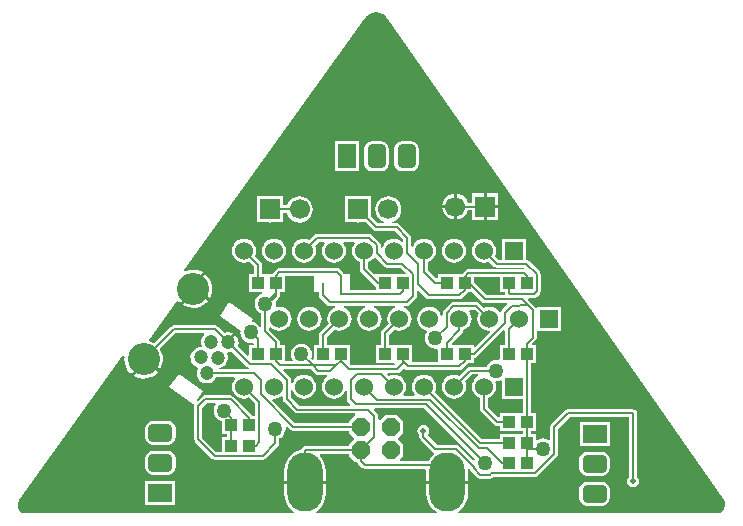
<source format=gbl>
G04 Layer_Physical_Order=2*
G04 Layer_Color=11436288*
%FSLAX24Y24*%
%MOIN*%
G70*
G01*
G75*
%ADD11R,0.0413X0.0394*%
%ADD12C,0.0059*%
%ADD13C,0.1070*%
%ADD14C,0.0472*%
%ADD15C,0.0669*%
%ADD16R,0.0669X0.0669*%
%ADD17P,0.0639X8X202.5*%
%ADD18O,0.1181X0.1969*%
%ADD19R,0.0600X0.0800*%
G04:AMPARAMS|DCode=20|XSize=60mil|YSize=80mil|CornerRadius=15mil|HoleSize=0mil|Usage=FLASHONLY|Rotation=0.000|XOffset=0mil|YOffset=0mil|HoleType=Round|Shape=RoundedRectangle|*
%AMROUNDEDRECTD20*
21,1,0.0600,0.0500,0,0,0.0*
21,1,0.0300,0.0800,0,0,0.0*
1,1,0.0300,0.0150,-0.0250*
1,1,0.0300,-0.0150,-0.0250*
1,1,0.0300,-0.0150,0.0250*
1,1,0.0300,0.0150,0.0250*
%
%ADD20ROUNDEDRECTD20*%
%ADD21R,0.0800X0.0600*%
G04:AMPARAMS|DCode=22|XSize=60mil|YSize=80mil|CornerRadius=15mil|HoleSize=0mil|Usage=FLASHONLY|Rotation=90.000|XOffset=0mil|YOffset=0mil|HoleType=Round|Shape=RoundedRectangle|*
%AMROUNDEDRECTD22*
21,1,0.0600,0.0500,0,0,90.0*
21,1,0.0300,0.0800,0,0,90.0*
1,1,0.0300,0.0250,0.0150*
1,1,0.0300,0.0250,-0.0150*
1,1,0.0300,-0.0250,-0.0150*
1,1,0.0300,-0.0250,0.0150*
%
%ADD22ROUNDEDRECTD22*%
%ADD23C,0.0600*%
%ADD24R,0.0600X0.0600*%
%ADD25C,0.0197*%
%ADD26C,0.0500*%
G36*
X30380Y14356D02*
Y13773D01*
X31078D01*
Y13289D01*
X30304D01*
Y13173D01*
X30254Y13153D01*
X29912Y13495D01*
Y13795D01*
X29981Y13824D01*
X30065Y13888D01*
X30129Y13971D01*
X30169Y14069D01*
X30183Y14173D01*
X30169Y14278D01*
X30152Y14318D01*
X30183Y14358D01*
X30190Y14357D01*
X30281Y14369D01*
X30330Y14389D01*
X30380Y14356D01*
D02*
G37*
G36*
X27847Y17137D02*
X27889Y17108D01*
X27940Y17098D01*
X28960D01*
X29011Y17108D01*
X29053Y17137D01*
X29227Y17310D01*
X29234Y17321D01*
X29392D01*
X29717Y16997D01*
X29759Y16968D01*
X29810Y16958D01*
X30536D01*
X30555Y16912D01*
X30377Y16733D01*
X30348Y16691D01*
X30345Y16675D01*
X30292Y16663D01*
X30246Y16722D01*
X30162Y16786D01*
X30065Y16827D01*
X29961Y16840D01*
X29856Y16827D01*
X29787Y16798D01*
X29621Y16963D01*
X29578Y16992D01*
X29528Y17002D01*
X28760D01*
X28709Y16992D01*
X28667Y16963D01*
X28437Y16733D01*
X28408Y16691D01*
X28398Y16640D01*
Y16551D01*
X28350Y16541D01*
X28310Y16639D01*
X28246Y16722D01*
X28162Y16786D01*
X28065Y16827D01*
X27961Y16840D01*
X27856Y16827D01*
X27759Y16786D01*
X27675Y16722D01*
X27611Y16639D01*
X27571Y16541D01*
X27557Y16437D01*
X27571Y16333D01*
X27611Y16235D01*
X27675Y16152D01*
X27759Y16088D01*
X27854Y16048D01*
X27856Y16047D01*
X27876Y15994D01*
X27854Y15967D01*
X27819Y15881D01*
X27807Y15790D01*
X27819Y15699D01*
X27854Y15613D01*
X27910Y15540D01*
X27983Y15484D01*
X28069Y15449D01*
X28160Y15437D01*
X28199Y15442D01*
X28237Y15409D01*
Y14992D01*
X27374D01*
Y15553D01*
X26608D01*
Y15898D01*
X26787Y16076D01*
X26856Y16047D01*
X26961Y16034D01*
X27065Y16047D01*
X27162Y16088D01*
X27246Y16152D01*
X27310Y16235D01*
X27350Y16333D01*
X27364Y16437D01*
X27350Y16541D01*
X27310Y16639D01*
X27246Y16722D01*
X27162Y16786D01*
X27110Y16808D01*
X27120Y16858D01*
X27200D01*
X27251Y16868D01*
X27293Y16897D01*
X27503Y17107D01*
X27532Y17149D01*
X27542Y17200D01*
Y17376D01*
X27588Y17395D01*
X27847Y17137D01*
D02*
G37*
G36*
X30304Y17321D02*
X30474D01*
X30478Y17284D01*
Y17280D01*
X30479Y17275D01*
X30480Y17272D01*
X30439Y17222D01*
X29865D01*
X29441Y17646D01*
Y17818D01*
X30304D01*
Y17321D01*
D02*
G37*
G36*
X24163Y14597D02*
X24205Y14568D01*
X24256Y14558D01*
X24542D01*
X24559Y14508D01*
X24494Y14459D01*
X24430Y14375D01*
X24390Y14278D01*
X24376Y14173D01*
X24390Y14069D01*
X24430Y13971D01*
X24494Y13888D01*
X24578Y13824D01*
X24675Y13784D01*
X24780Y13770D01*
X24884Y13784D01*
X24981Y13824D01*
X25065Y13888D01*
X25129Y13971D01*
X25158Y14042D01*
X25208Y14032D01*
Y13760D01*
X25218Y13709D01*
X25247Y13667D01*
X25325Y13588D01*
X25306Y13542D01*
X23615D01*
X23342Y13815D01*
Y14059D01*
X23390Y14069D01*
X23430Y13971D01*
X23494Y13888D01*
X23578Y13824D01*
X23675Y13784D01*
X23780Y13770D01*
X23884Y13784D01*
X23981Y13824D01*
X24065Y13888D01*
X24129Y13971D01*
X24169Y14069D01*
X24183Y14173D01*
X24169Y14278D01*
X24129Y14375D01*
X24065Y14459D01*
X23981Y14523D01*
X23884Y14563D01*
X23780Y14577D01*
X23675Y14563D01*
X23578Y14523D01*
X23494Y14459D01*
X23430Y14375D01*
X23390Y14278D01*
X23342Y14287D01*
Y14400D01*
X23332Y14451D01*
X23303Y14493D01*
X23095Y14702D01*
X23114Y14748D01*
X24011D01*
X24163Y14597D01*
D02*
G37*
G36*
X26467Y18177D02*
X26509Y18148D01*
X26560Y18138D01*
X27005D01*
X27182Y17961D01*
X27163Y17915D01*
X26170D01*
X26170Y17915D01*
Y17915D01*
X26121Y17924D01*
X25912Y18133D01*
Y18323D01*
X25981Y18351D01*
X26065Y18415D01*
X26105Y18468D01*
X26170Y18473D01*
X26467Y18177D01*
D02*
G37*
G36*
X29600Y16611D02*
X29571Y16541D01*
X29557Y16437D01*
X29571Y16333D01*
X29611Y16235D01*
X29675Y16152D01*
X29759Y16088D01*
X29856Y16047D01*
X29961Y16034D01*
X29971Y16035D01*
X29993Y15990D01*
X29487Y15484D01*
X29441Y15503D01*
Y15553D01*
X28724D01*
X28703Y15603D01*
X29054Y15954D01*
X29083Y15997D01*
X29093Y16047D01*
Y16059D01*
X29162Y16088D01*
X29246Y16152D01*
X29310Y16235D01*
X29350Y16333D01*
X29364Y16437D01*
X29350Y16541D01*
X29310Y16639D01*
X29272Y16688D01*
X29297Y16738D01*
X29473D01*
X29600Y16611D01*
D02*
G37*
G36*
X30478Y16031D02*
Y15553D01*
X30304D01*
Y15092D01*
X30254Y15055D01*
X30190Y15063D01*
X30099Y15051D01*
X30013Y15016D01*
X29940Y14960D01*
X29884Y14887D01*
X29866Y14842D01*
X29316D01*
X29266Y14832D01*
X29223Y14803D01*
X28954Y14534D01*
X28884Y14563D01*
X28780Y14577D01*
X28675Y14563D01*
X28578Y14523D01*
X28494Y14459D01*
X28430Y14375D01*
X28390Y14278D01*
X28376Y14173D01*
X28390Y14069D01*
X28430Y13971D01*
X28494Y13888D01*
X28578Y13824D01*
X28675Y13784D01*
X28780Y13770D01*
X28884Y13784D01*
X28981Y13824D01*
X29065Y13888D01*
X29129Y13971D01*
X29169Y14069D01*
X29183Y14173D01*
X29169Y14278D01*
X29140Y14347D01*
X29371Y14578D01*
X29581D01*
X29591Y14528D01*
X29578Y14523D01*
X29494Y14459D01*
X29430Y14375D01*
X29390Y14278D01*
X29376Y14173D01*
X29390Y14069D01*
X29430Y13971D01*
X29494Y13888D01*
X29578Y13824D01*
X29647Y13795D01*
Y13440D01*
X29658Y13389D01*
X29686Y13347D01*
X30134Y12899D01*
X30177Y12870D01*
X30227Y12860D01*
X30304D01*
Y12695D01*
X31068D01*
Y12600D01*
X30304D01*
Y12435D01*
X29704D01*
X28140Y13999D01*
X28169Y14069D01*
X28183Y14173D01*
X28169Y14278D01*
X28129Y14375D01*
X28065Y14459D01*
X27981Y14523D01*
X27884Y14563D01*
X27780Y14577D01*
X27675Y14563D01*
X27578Y14523D01*
X27494Y14459D01*
X27430Y14375D01*
X27390Y14278D01*
X27376Y14173D01*
X27390Y14069D01*
X27430Y13971D01*
X27468Y13922D01*
X27443Y13872D01*
X27116D01*
X27091Y13922D01*
X27129Y13971D01*
X27169Y14069D01*
X27183Y14173D01*
X27169Y14278D01*
X27129Y14375D01*
X27065Y14459D01*
X26981Y14523D01*
X26884Y14563D01*
X26780Y14577D01*
X26675Y14563D01*
X26605Y14534D01*
X26556Y14584D01*
X26575Y14630D01*
X26882D01*
X26932Y14640D01*
X26975Y14668D01*
X27110Y14803D01*
X27147Y14767D01*
X27189Y14738D01*
X27240Y14728D01*
X28960D01*
X29011Y14738D01*
X29053Y14767D01*
X29227Y14940D01*
X29240Y14959D01*
X29441D01*
Y15124D01*
X29446D01*
X29496Y15134D01*
X29539Y15163D01*
X30428Y16051D01*
X30478Y16031D01*
D02*
G37*
G36*
X24103Y17321D02*
X24277D01*
Y17221D01*
X24287Y17170D01*
X24316Y17127D01*
X24547Y16897D01*
X24589Y16868D01*
X24640Y16858D01*
X24801D01*
X24811Y16808D01*
X24759Y16786D01*
X24675Y16722D01*
X24611Y16639D01*
X24571Y16541D01*
X24557Y16437D01*
X24571Y16333D01*
X24600Y16263D01*
X24316Y15979D01*
X24287Y15936D01*
X24277Y15886D01*
Y15553D01*
X24103D01*
Y15095D01*
X24057Y15076D01*
X24013Y15120D01*
X24031Y15165D01*
X24043Y15256D01*
X24031Y15347D01*
X23996Y15432D01*
X23940Y15506D01*
X23867Y15562D01*
X23781Y15597D01*
X23690Y15609D01*
X23599Y15597D01*
X23513Y15562D01*
X23440Y15506D01*
X23384Y15432D01*
X23349Y15347D01*
X23337Y15256D01*
X23349Y15165D01*
X23384Y15079D01*
X23402Y15057D01*
X23379Y15012D01*
X23141D01*
Y15553D01*
X22967D01*
Y15670D01*
X22957Y15721D01*
X22928Y15763D01*
X22622Y16069D01*
Y16143D01*
X22669Y16159D01*
X22675Y16152D01*
X22759Y16088D01*
X22856Y16047D01*
X22961Y16034D01*
X23065Y16047D01*
X23162Y16088D01*
X23246Y16152D01*
X23310Y16235D01*
X23350Y16333D01*
X23364Y16437D01*
X23350Y16541D01*
X23310Y16639D01*
X23246Y16722D01*
X23162Y16786D01*
X23065Y16827D01*
X22961Y16840D01*
X22882Y16830D01*
X22875Y16833D01*
X22841Y16867D01*
X22839Y16873D01*
X22848Y16940D01*
X22838Y17011D01*
X22928Y17101D01*
X22957Y17144D01*
X22967Y17195D01*
Y17280D01*
Y17321D01*
X23141D01*
Y17858D01*
X24103D01*
Y17321D01*
D02*
G37*
G36*
X26811Y16808D02*
X26759Y16786D01*
X26675Y16722D01*
X26611Y16639D01*
X26571Y16541D01*
X26557Y16437D01*
X26571Y16333D01*
X26600Y16263D01*
X26383Y16046D01*
X26354Y16003D01*
X26344Y15953D01*
Y15553D01*
X26170D01*
Y14959D01*
X26786D01*
X26811Y14909D01*
X26800Y14894D01*
X25333D01*
X25317Y14910D01*
X25307Y14959D01*
X25307D01*
X25307Y14959D01*
Y15553D01*
X24542D01*
Y15831D01*
X24787Y16076D01*
X24856Y16047D01*
X24961Y16034D01*
X25065Y16047D01*
X25162Y16088D01*
X25246Y16152D01*
X25310Y16235D01*
X25350Y16333D01*
X25364Y16437D01*
X25350Y16541D01*
X25310Y16639D01*
X25246Y16722D01*
X25162Y16786D01*
X25110Y16808D01*
X25120Y16858D01*
X25801D01*
X25811Y16808D01*
X25759Y16786D01*
X25675Y16722D01*
X25611Y16639D01*
X25571Y16541D01*
X25557Y16437D01*
X25571Y16333D01*
X25611Y16235D01*
X25675Y16152D01*
X25759Y16088D01*
X25856Y16047D01*
X25961Y16034D01*
X26065Y16047D01*
X26162Y16088D01*
X26246Y16152D01*
X26310Y16235D01*
X26350Y16333D01*
X26364Y16437D01*
X26350Y16541D01*
X26310Y16639D01*
X26246Y16722D01*
X26162Y16786D01*
X26110Y16808D01*
X26120Y16858D01*
X26801D01*
X26811Y16808D01*
D02*
G37*
G36*
X21896Y14827D02*
X21936Y14800D01*
X21937Y14796D01*
X21917Y14750D01*
X20959D01*
X20957Y14800D01*
X21042Y14826D01*
X21117Y14874D01*
X21176Y14939D01*
X21217Y15018D01*
X21236Y15104D01*
X21233Y15192D01*
X21210Y15265D01*
X21220Y15287D01*
X21225Y15295D01*
X21243Y15312D01*
X21319Y15316D01*
X21386Y15337D01*
X21896Y14827D01*
D02*
G37*
G36*
X20831Y13573D02*
X20811Y13547D01*
X20775Y13461D01*
X20763Y13370D01*
X20775Y13279D01*
X20811Y13193D01*
X20867Y13120D01*
X20940Y13064D01*
X21025Y13029D01*
X21052Y13025D01*
Y12597D01*
X21226D01*
Y12502D01*
X21052D01*
Y12002D01*
X20855D01*
X20386Y12471D01*
Y13469D01*
X20535Y13618D01*
X20809D01*
X20831Y13573D01*
D02*
G37*
G36*
X29475Y11768D02*
X29465Y11735D01*
X29412Y11720D01*
X28943Y12189D01*
X28900Y12218D01*
X28849Y12228D01*
X28215D01*
X27898Y12545D01*
X27899Y12554D01*
X27943Y12619D01*
X27958Y12697D01*
X27943Y12774D01*
X27899Y12840D01*
X27833Y12884D01*
X27756Y12899D01*
X27678Y12884D01*
X27613Y12840D01*
X27569Y12774D01*
X27554Y12697D01*
X27569Y12619D01*
X27613Y12554D01*
X27624Y12546D01*
Y12500D01*
X27634Y12449D01*
X27663Y12407D01*
X28066Y12003D01*
X28109Y11974D01*
X28112Y11974D01*
X28125Y11920D01*
X28061Y11867D01*
X27974Y11761D01*
X27942Y11702D01*
X26984D01*
X26965Y11748D01*
X27068Y11852D01*
Y12247D01*
X26872Y12443D01*
X27068Y12639D01*
Y13034D01*
X26871Y13232D01*
X26476D01*
X26302Y13058D01*
X26252Y13079D01*
Y13210D01*
X26242Y13261D01*
X26213Y13303D01*
X26115Y13402D01*
X26134Y13448D01*
X27795D01*
X29475Y11768D01*
D02*
G37*
G36*
X26305Y26631D02*
X26424Y26582D01*
X26474Y26544D01*
X26509Y26513D01*
X26509Y26512D01*
X26517Y26495D01*
X26517Y26494D01*
X26517Y26494D01*
X26553Y26460D01*
X37796Y10394D01*
X37804Y10375D01*
X37816Y10287D01*
X37815Y10285D01*
X37816Y10284D01*
X37803Y10191D01*
X37767Y10103D01*
X37709Y10027D01*
X37641Y9975D01*
X37641Y9975D01*
X37598Y9956D01*
D01*
X37553Y9945D01*
X28918D01*
X28905Y9995D01*
X28937Y10012D01*
X29042Y10098D01*
X29128Y10203D01*
X29192Y10323D01*
X29232Y10453D01*
X29245Y10589D01*
Y10932D01*
X27857D01*
Y10589D01*
X27871Y10453D01*
X27910Y10323D01*
X27974Y10203D01*
X28061Y10098D01*
X28166Y10012D01*
X28197Y9995D01*
X28185Y9945D01*
X24178D01*
X24165Y9995D01*
X24197Y10012D01*
X24302Y10098D01*
X24388Y10203D01*
X24452Y10323D01*
X24492Y10453D01*
X24505Y10589D01*
Y10932D01*
X23117D01*
Y10589D01*
X23130Y10453D01*
X23170Y10323D01*
X23234Y10203D01*
X23320Y10098D01*
X23426Y10012D01*
X23457Y9995D01*
X23444Y9945D01*
X14397D01*
X14390Y9948D01*
X14327Y9996D01*
X14278Y10061D01*
X14247Y10136D01*
X14236Y10216D01*
X14245Y10285D01*
X14261Y10329D01*
D01*
X14262Y10333D01*
X14281Y10366D01*
X14295Y10387D01*
X17751Y15215D01*
X17761Y15214D01*
X17805Y15164D01*
X17796Y15095D01*
X17806Y14970D01*
X17840Y14849D01*
X17896Y14738D01*
X17973Y14640D01*
X18030Y14591D01*
X18393Y15109D01*
X18434Y15081D01*
X18463Y15122D01*
X18982Y14759D01*
X19018Y14824D01*
X19057Y14943D01*
X19072Y15067D01*
X19063Y15192D01*
X19029Y15312D01*
X18973Y15424D01*
X18969Y15428D01*
X19488Y15948D01*
X20430D01*
X20452Y15898D01*
X20414Y15857D01*
X20374Y15779D01*
X20354Y15692D01*
X20358Y15604D01*
X20381Y15531D01*
X20371Y15509D01*
X20366Y15501D01*
X20348Y15484D01*
X20272Y15481D01*
X20188Y15454D01*
X20113Y15406D01*
X20053Y15341D01*
X20012Y15263D01*
X19993Y15176D01*
X19997Y15088D01*
X20024Y15003D01*
X20071Y14929D01*
X20136Y14869D01*
X20215Y14828D01*
X20238Y14772D01*
X20219Y14734D01*
X20199Y14647D01*
X20203Y14559D01*
X20230Y14474D01*
X20277Y14400D01*
X20343Y14340D01*
X20421Y14299D01*
X20508Y14280D01*
X20596Y14284D01*
X20681Y14310D01*
X20755Y14358D01*
X20815Y14423D01*
X20848Y14486D01*
X21452D01*
X21477Y14436D01*
X21430Y14375D01*
X21390Y14278D01*
X21376Y14173D01*
X21390Y14069D01*
X21430Y13971D01*
X21494Y13888D01*
X21578Y13824D01*
X21675Y13784D01*
X21780Y13770D01*
X21884Y13784D01*
X21954Y13812D01*
X22158Y13608D01*
Y13191D01*
X22068D01*
X22042Y13229D01*
X21428Y13843D01*
X21385Y13872D01*
X21334Y13882D01*
X20480D01*
X20429Y13872D01*
X20387Y13843D01*
X20246Y13703D01*
X20208Y13736D01*
X20415Y14031D01*
X19608Y14595D01*
X19292Y14144D01*
X20085Y13588D01*
X20087Y13587D01*
X20097Y13580D01*
X20098Y13579D01*
X20125Y13541D01*
X20121Y13524D01*
Y12416D01*
X20132Y12366D01*
X20160Y12323D01*
X20707Y11777D01*
X20749Y11748D01*
X20800Y11738D01*
X22400D01*
X22451Y11748D01*
X22493Y11777D01*
X22913Y12197D01*
X22942Y12239D01*
X22952Y12290D01*
Y12446D01*
X22997Y12464D01*
X23070Y12520D01*
X23126Y12593D01*
X23161Y12679D01*
X23173Y12770D01*
X23164Y12839D01*
X23211Y12862D01*
X23330Y12743D01*
X23373Y12715D01*
X23423Y12705D01*
X25294D01*
Y12639D01*
X25490Y12443D01*
X25294Y12247D01*
Y12181D01*
X23811D01*
X23760Y12171D01*
X23718Y12143D01*
X23689Y12100D01*
X23681Y12057D01*
X23676Y12057D01*
X23545Y12017D01*
X23426Y11953D01*
X23320Y11867D01*
X23234Y11761D01*
X23170Y11642D01*
X23130Y11511D01*
X23117Y11376D01*
Y11032D01*
X24505D01*
Y11376D01*
X24492Y11511D01*
X24452Y11642D01*
X24388Y11761D01*
X24302Y11867D01*
X24297Y11870D01*
X24314Y11917D01*
X25294D01*
Y11852D01*
X25491Y11654D01*
X25562D01*
X25567Y11629D01*
X25596Y11587D01*
X25706Y11477D01*
X25748Y11448D01*
X25799Y11438D01*
X27826D01*
X27860Y11401D01*
X27857Y11376D01*
Y11032D01*
X29245D01*
Y11376D01*
X29241Y11413D01*
X29289Y11443D01*
X29310Y11430D01*
X29314Y11406D01*
X29343Y11364D01*
X29565Y11141D01*
X29608Y11113D01*
X29659Y11103D01*
X29973D01*
X30024Y11113D01*
X30066Y11141D01*
X30081Y11156D01*
X31465D01*
X31515Y11166D01*
X31558Y11194D01*
X32213Y11849D01*
X32242Y11892D01*
X32252Y11943D01*
Y12773D01*
X32633Y13155D01*
X34612D01*
Y11174D01*
X34601Y11167D01*
X34557Y11101D01*
X34542Y11024D01*
X34557Y10946D01*
X34601Y10881D01*
X34667Y10837D01*
X34744Y10821D01*
X34822Y10837D01*
X34887Y10881D01*
X34931Y10946D01*
X34946Y11024D01*
X34931Y11101D01*
X34887Y11167D01*
X34876Y11174D01*
Y13287D01*
X34866Y13338D01*
X34837Y13381D01*
X34795Y13409D01*
X34744Y13419D01*
X32579D01*
X32528Y13409D01*
X32485Y13381D01*
X32026Y12922D01*
X31998Y12879D01*
X31987Y12828D01*
Y12408D01*
X31943Y12386D01*
X31917Y12406D01*
X31831Y12441D01*
X31740Y12453D01*
X31649Y12441D01*
X31563Y12406D01*
X31552Y12397D01*
X31507Y12419D01*
Y12600D01*
X31332D01*
Y12695D01*
X31507D01*
Y13289D01*
X31342D01*
Y14959D01*
X31507D01*
Y15553D01*
X31401D01*
X31380Y15603D01*
X31493Y15716D01*
X31522Y15759D01*
X31532Y15809D01*
Y15999D01*
X31561Y16037D01*
X31582Y16037D01*
X32361D01*
Y16837D01*
X31561D01*
Y16813D01*
X31511Y16798D01*
X31493Y16823D01*
X31323Y16993D01*
X31245Y17072D01*
X31264Y17118D01*
X31440D01*
X31491Y17128D01*
X31533Y17157D01*
X31633Y17257D01*
X31662Y17299D01*
X31672Y17350D01*
Y17920D01*
X31662Y17971D01*
X31633Y18013D01*
X31283Y18363D01*
X31241Y18392D01*
X31190Y18402D01*
X31180D01*
Y19101D01*
X30380D01*
Y18402D01*
X30265D01*
X30140Y18527D01*
X30169Y18596D01*
X30183Y18701D01*
X30169Y18805D01*
X30129Y18903D01*
X30065Y18986D01*
X29981Y19050D01*
X29884Y19090D01*
X29780Y19104D01*
X29675Y19090D01*
X29578Y19050D01*
X29494Y18986D01*
X29430Y18903D01*
X29390Y18805D01*
X29376Y18701D01*
X29390Y18596D01*
X29430Y18499D01*
X29494Y18415D01*
X29578Y18351D01*
X29675Y18311D01*
X29780Y18297D01*
X29884Y18311D01*
X29954Y18340D01*
X30117Y18177D01*
X30160Y18148D01*
X30210Y18138D01*
X31094D01*
X31097Y18132D01*
X31069Y18082D01*
X29244D01*
X29193Y18072D01*
X29150Y18043D01*
X29040Y17933D01*
X29028Y17915D01*
X28237D01*
Y17799D01*
X28187Y17778D01*
X27912Y18053D01*
Y18323D01*
X27981Y18351D01*
X28065Y18415D01*
X28129Y18499D01*
X28169Y18596D01*
X28183Y18701D01*
X28169Y18805D01*
X28129Y18903D01*
X28065Y18986D01*
X27981Y19050D01*
X27884Y19090D01*
X27780Y19104D01*
X27675Y19090D01*
X27578Y19050D01*
X27494Y18986D01*
X27430Y18903D01*
X27402Y18835D01*
X27352Y18845D01*
Y19140D01*
X27342Y19191D01*
X27313Y19233D01*
X26973Y19573D01*
X26931Y19602D01*
X26880Y19612D01*
X26730D01*
X26720Y19662D01*
X26810Y19699D01*
X26901Y19769D01*
X26970Y19860D01*
X27014Y19965D01*
X27029Y20079D01*
X27014Y20192D01*
X26970Y20298D01*
X26901Y20389D01*
X26810Y20458D01*
X26704Y20502D01*
X26591Y20517D01*
X26477Y20502D01*
X26371Y20458D01*
X26281Y20389D01*
X26211Y20298D01*
X26167Y20192D01*
X26152Y20079D01*
X26167Y19965D01*
X26211Y19860D01*
X26281Y19769D01*
X26371Y19699D01*
X26461Y19662D01*
X26451Y19612D01*
X26244D01*
X26025Y19831D01*
Y20050D01*
X26029Y20079D01*
X26025Y20107D01*
Y20513D01*
X25619D01*
X25591Y20517D01*
X25562Y20513D01*
X25156D01*
Y20107D01*
X25152Y20079D01*
X25156Y20050D01*
Y19644D01*
X25562D01*
X25591Y19640D01*
X25619Y19644D01*
X25838D01*
X26096Y19387D01*
X26139Y19358D01*
X26189Y19348D01*
X26825D01*
X27088Y19085D01*
Y19031D01*
X27038Y19007D01*
X26981Y19050D01*
X26884Y19090D01*
X26780Y19104D01*
X26675Y19090D01*
X26578Y19050D01*
X26494Y18986D01*
X26430Y18903D01*
X26390Y18805D01*
X26342Y18815D01*
Y18880D01*
X26332Y18931D01*
X26303Y18973D01*
X26043Y19233D01*
X26001Y19262D01*
X25950Y19272D01*
X24219D01*
X24168Y19262D01*
X24125Y19233D01*
X23954Y19062D01*
X23884Y19090D01*
X23780Y19104D01*
X23675Y19090D01*
X23578Y19050D01*
X23494Y18986D01*
X23430Y18903D01*
X23390Y18805D01*
X23376Y18701D01*
X23390Y18596D01*
X23430Y18499D01*
X23494Y18415D01*
X23578Y18351D01*
X23675Y18311D01*
X23780Y18297D01*
X23884Y18311D01*
X23981Y18351D01*
X24065Y18415D01*
X24129Y18499D01*
X24169Y18596D01*
X24183Y18701D01*
X24169Y18805D01*
X24140Y18875D01*
X24273Y19008D01*
X24448D01*
X24473Y18958D01*
X24430Y18903D01*
X24390Y18805D01*
X24376Y18701D01*
X24390Y18596D01*
X24430Y18499D01*
X24494Y18415D01*
X24578Y18351D01*
X24675Y18311D01*
X24780Y18297D01*
X24884Y18311D01*
X24981Y18351D01*
X25065Y18415D01*
X25129Y18499D01*
X25169Y18596D01*
X25183Y18701D01*
X25169Y18805D01*
X25129Y18903D01*
X25086Y18958D01*
X25111Y19008D01*
X25448D01*
X25473Y18958D01*
X25430Y18903D01*
X25390Y18805D01*
X25376Y18701D01*
X25390Y18596D01*
X25430Y18499D01*
X25494Y18415D01*
X25578Y18351D01*
X25647Y18323D01*
Y18079D01*
X25658Y18028D01*
X25686Y17985D01*
X26147Y17525D01*
X26170Y17509D01*
Y17408D01*
X25307D01*
Y17915D01*
X25123D01*
X25122Y17921D01*
X25093Y17963D01*
X24973Y18083D01*
X24931Y18112D01*
X24880Y18122D01*
X22960D01*
X22909Y18112D01*
X22867Y18083D01*
X22741Y17958D01*
X22713Y17915D01*
X22713Y17915D01*
X22376D01*
Y18236D01*
X22366Y18287D01*
X22337Y18330D01*
X22140Y18527D01*
X22169Y18596D01*
X22183Y18701D01*
X22169Y18805D01*
X22129Y18903D01*
X22065Y18986D01*
X21981Y19050D01*
X21884Y19090D01*
X21780Y19104D01*
X21675Y19090D01*
X21578Y19050D01*
X21494Y18986D01*
X21430Y18903D01*
X21390Y18805D01*
X21376Y18701D01*
X21390Y18596D01*
X21430Y18499D01*
X21494Y18415D01*
X21578Y18351D01*
X21675Y18311D01*
X21780Y18297D01*
X21884Y18311D01*
X21954Y18340D01*
X22112Y18182D01*
Y17915D01*
X21937D01*
Y17321D01*
X22370D01*
X22380Y17271D01*
X22318Y17246D01*
X22245Y17190D01*
X22189Y17117D01*
X22154Y17031D01*
X22142Y16940D01*
X22154Y16849D01*
X22189Y16763D01*
X22245Y16690D01*
X22318Y16634D01*
X22358Y16618D01*
Y16180D01*
X22351Y16176D01*
X22308Y16167D01*
X22260Y16230D01*
X22187Y16286D01*
X22101Y16321D01*
X22073Y16325D01*
X22053Y16370D01*
X22086Y16417D01*
X21279Y16982D01*
X20963Y16530D01*
X21665Y16039D01*
X21657Y15980D01*
X21669Y15889D01*
X21704Y15803D01*
X21760Y15730D01*
X21833Y15674D01*
X21919Y15639D01*
X22010Y15627D01*
X22062Y15634D01*
X22099Y15603D01*
X22082Y15553D01*
X21937D01*
Y15224D01*
X21891Y15205D01*
X21573Y15523D01*
X21579Y15534D01*
X21598Y15620D01*
X21594Y15708D01*
X21567Y15793D01*
X21520Y15868D01*
X21492Y15893D01*
X21301Y15621D01*
X21219Y15678D01*
X21410Y15951D01*
X21376Y15968D01*
X21289Y15987D01*
X21201Y15984D01*
X21134Y15962D01*
X20923Y16173D01*
X20880Y16202D01*
X20829Y16212D01*
X19434D01*
X19383Y16202D01*
X19340Y16173D01*
X18781Y15614D01*
X18691Y15665D01*
X18640Y15682D01*
X18624Y15729D01*
X19538Y17035D01*
X19588Y17036D01*
X19622Y16994D01*
X19679Y16945D01*
X20042Y17464D01*
X20405Y17982D01*
X20340Y18019D01*
X20221Y18058D01*
X20097Y18073D01*
X19972Y18063D01*
X19852Y18030D01*
X19815Y18011D01*
X19781Y18050D01*
X25803Y26461D01*
X25816Y26473D01*
X25839Y26494D01*
X25846Y26512D01*
X25881Y26543D01*
X25932Y26582D01*
X26050Y26631D01*
X26178Y26648D01*
X26305Y26631D01*
D02*
G37*
G36*
X23078Y13835D02*
Y13760D01*
X23088Y13709D01*
X23117Y13667D01*
X23467Y13317D01*
X23509Y13288D01*
X23560Y13278D01*
X25482D01*
X25487Y13228D01*
X25294Y13034D01*
Y12969D01*
X23478D01*
X22720Y13727D01*
X22743Y13775D01*
X22780Y13770D01*
X22884Y13784D01*
X22981Y13824D01*
X23028Y13860D01*
X23078Y13835D01*
D02*
G37*
%LPC*%
G36*
X33715Y12003D02*
X33215D01*
X33117Y11984D01*
X33034Y11929D01*
X32979Y11846D01*
X32960Y11748D01*
Y11448D01*
X32979Y11351D01*
X33034Y11268D01*
X33117Y11213D01*
X33215Y11194D01*
X33715D01*
X33812Y11213D01*
X33895Y11268D01*
X33950Y11351D01*
X33969Y11448D01*
Y11748D01*
X33950Y11846D01*
X33895Y11929D01*
X33812Y11984D01*
X33715Y12003D01*
D02*
G37*
G36*
X19496Y11030D02*
X18496D01*
Y10230D01*
X19496D01*
Y11030D01*
D02*
G37*
G36*
X33715Y11003D02*
X33215D01*
X33117Y10984D01*
X33034Y10929D01*
X32979Y10846D01*
X32960Y10748D01*
Y10448D01*
X32979Y10351D01*
X33034Y10268D01*
X33117Y10213D01*
X33215Y10194D01*
X33715D01*
X33812Y10213D01*
X33895Y10268D01*
X33950Y10351D01*
X33969Y10448D01*
Y10748D01*
X33950Y10846D01*
X33895Y10929D01*
X33812Y10984D01*
X33715Y11003D01*
D02*
G37*
G36*
X19246Y12035D02*
X18746D01*
X18649Y12015D01*
X18566Y11960D01*
X18511Y11877D01*
X18491Y11780D01*
Y11480D01*
X18511Y11382D01*
X18566Y11300D01*
X18649Y11244D01*
X18746Y11225D01*
X19246D01*
X19344Y11244D01*
X19426Y11300D01*
X19482Y11382D01*
X19501Y11480D01*
Y11780D01*
X19482Y11877D01*
X19426Y11960D01*
X19344Y12015D01*
X19246Y12035D01*
D02*
G37*
G36*
X18447Y15011D02*
X18112Y14533D01*
X18177Y14497D01*
X18296Y14458D01*
X18420Y14443D01*
X18545Y14452D01*
X18666Y14486D01*
X18777Y14543D01*
X18876Y14620D01*
X18924Y14677D01*
X18447Y15011D01*
D02*
G37*
G36*
X33965Y12998D02*
X32965D01*
Y12198D01*
X33965D01*
Y12998D01*
D02*
G37*
G36*
X19246Y13035D02*
X18746D01*
X18649Y13015D01*
X18566Y12960D01*
X18511Y12877D01*
X18491Y12780D01*
Y12480D01*
X18511Y12382D01*
X18566Y12300D01*
X18649Y12244D01*
X18746Y12225D01*
X19246D01*
X19344Y12244D01*
X19426Y12300D01*
X19482Y12382D01*
X19501Y12480D01*
Y12780D01*
X19482Y12877D01*
X19426Y12960D01*
X19344Y13015D01*
X19246Y13035D01*
D02*
G37*
G36*
X30257Y20612D02*
X29873D01*
Y20227D01*
X30257D01*
Y20612D01*
D02*
G37*
G36*
X28773Y20609D02*
X28709Y20601D01*
X28604Y20557D01*
X28513Y20487D01*
X28443Y20396D01*
X28399Y20291D01*
X28391Y20227D01*
X28773D01*
Y20609D01*
D02*
G37*
G36*
X23638Y20517D02*
X23524Y20502D01*
X23419Y20458D01*
X23328Y20389D01*
X23258Y20298D01*
X23222Y20211D01*
X23072D01*
Y20513D01*
X22666D01*
X22638Y20517D01*
X22609Y20513D01*
X22203D01*
Y20107D01*
X22199Y20079D01*
X22203Y20050D01*
Y19644D01*
X22609D01*
X22638Y19640D01*
X22666Y19644D01*
X23072D01*
Y19947D01*
X23222D01*
X23258Y19860D01*
X23328Y19769D01*
X23419Y19699D01*
X23524Y19655D01*
X23638Y19640D01*
X23751Y19655D01*
X23857Y19699D01*
X23948Y19769D01*
X24017Y19860D01*
X24061Y19965D01*
X24076Y20079D01*
X24061Y20192D01*
X24017Y20298D01*
X23948Y20389D01*
X23857Y20458D01*
X23751Y20502D01*
X23638Y20517D01*
D02*
G37*
G36*
X29773Y20612D02*
X29388D01*
Y20309D01*
X29239D01*
X29202Y20396D01*
X29133Y20487D01*
X29042Y20557D01*
X28936Y20601D01*
X28873Y20609D01*
Y20177D01*
Y19745D01*
X28936Y19754D01*
X29042Y19798D01*
X29133Y19867D01*
X29202Y19958D01*
X29239Y20045D01*
X29388D01*
Y19743D01*
X29773D01*
Y20177D01*
Y20612D01*
D02*
G37*
G36*
X25597Y22350D02*
X24797D01*
Y21350D01*
X25597D01*
Y22350D01*
D02*
G37*
G36*
X27347Y22355D02*
X27047D01*
X26949Y22336D01*
X26867Y22281D01*
X26811Y22198D01*
X26792Y22100D01*
Y21600D01*
X26811Y21503D01*
X26867Y21420D01*
X26949Y21365D01*
X27047Y21346D01*
X27347D01*
X27444Y21365D01*
X27527Y21420D01*
X27582Y21503D01*
X27602Y21600D01*
Y22100D01*
X27582Y22198D01*
X27527Y22281D01*
X27444Y22336D01*
X27347Y22355D01*
D02*
G37*
G36*
X26347D02*
X26047D01*
X25949Y22336D01*
X25867Y22281D01*
X25811Y22198D01*
X25792Y22100D01*
Y21600D01*
X25811Y21503D01*
X25867Y21420D01*
X25949Y21365D01*
X26047Y21346D01*
X26347D01*
X26444Y21365D01*
X26527Y21420D01*
X26582Y21503D01*
X26602Y21600D01*
Y22100D01*
X26582Y22198D01*
X26527Y22281D01*
X26444Y22336D01*
X26347Y22355D01*
D02*
G37*
G36*
X20487Y17925D02*
X20152Y17447D01*
X20630Y17113D01*
X20667Y17178D01*
X20706Y17297D01*
X20721Y17421D01*
X20711Y17546D01*
X20678Y17666D01*
X20621Y17778D01*
X20544Y17876D01*
X20487Y17925D01*
D02*
G37*
G36*
X20095Y17365D02*
X19761Y16888D01*
X19826Y16851D01*
X19945Y16812D01*
X20069Y16797D01*
X20194Y16807D01*
X20314Y16840D01*
X20426Y16897D01*
X20524Y16974D01*
X20573Y17031D01*
X20095Y17365D01*
D02*
G37*
G36*
X23961Y16840D02*
X23856Y16827D01*
X23759Y16786D01*
X23675Y16722D01*
X23611Y16639D01*
X23571Y16541D01*
X23557Y16437D01*
X23571Y16333D01*
X23611Y16235D01*
X23675Y16152D01*
X23759Y16088D01*
X23856Y16047D01*
X23961Y16034D01*
X24065Y16047D01*
X24162Y16088D01*
X24246Y16152D01*
X24310Y16235D01*
X24350Y16333D01*
X24364Y16437D01*
X24350Y16541D01*
X24310Y16639D01*
X24246Y16722D01*
X24162Y16786D01*
X24065Y16827D01*
X23961Y16840D01*
D02*
G37*
G36*
X22780Y19104D02*
X22675Y19090D01*
X22578Y19050D01*
X22494Y18986D01*
X22430Y18903D01*
X22390Y18805D01*
X22376Y18701D01*
X22390Y18596D01*
X22430Y18499D01*
X22494Y18415D01*
X22578Y18351D01*
X22675Y18311D01*
X22780Y18297D01*
X22884Y18311D01*
X22981Y18351D01*
X23065Y18415D01*
X23129Y18499D01*
X23169Y18596D01*
X23183Y18701D01*
X23169Y18805D01*
X23129Y18903D01*
X23065Y18986D01*
X22981Y19050D01*
X22884Y19090D01*
X22780Y19104D01*
D02*
G37*
G36*
X28773Y20127D02*
X28391D01*
X28399Y20064D01*
X28443Y19958D01*
X28513Y19867D01*
X28604Y19798D01*
X28709Y19754D01*
X28773Y19745D01*
Y20127D01*
D02*
G37*
G36*
X30257D02*
X29873D01*
Y19743D01*
X30257D01*
Y20127D01*
D02*
G37*
G36*
X28780Y19104D02*
X28675Y19090D01*
X28578Y19050D01*
X28494Y18986D01*
X28430Y18903D01*
X28390Y18805D01*
X28376Y18701D01*
X28390Y18596D01*
X28430Y18499D01*
X28494Y18415D01*
X28578Y18351D01*
X28675Y18311D01*
X28780Y18297D01*
X28884Y18311D01*
X28981Y18351D01*
X29065Y18415D01*
X29129Y18499D01*
X29169Y18596D01*
X29183Y18701D01*
X29169Y18805D01*
X29129Y18903D01*
X29065Y18986D01*
X28981Y19050D01*
X28884Y19090D01*
X28780Y19104D01*
D02*
G37*
%LPD*%
D11*
X21358Y12205D02*
D03*
X21949D02*
D03*
X22835Y15256D02*
D03*
X22244D02*
D03*
X22835Y17618D02*
D03*
X22244D02*
D03*
X21358Y12894D02*
D03*
X21949D02*
D03*
X25000Y15256D02*
D03*
X24409D02*
D03*
X31201Y11614D02*
D03*
X30610D02*
D03*
X27067Y15256D02*
D03*
X26476D02*
D03*
X27067Y17618D02*
D03*
X26476D02*
D03*
X31201Y12992D02*
D03*
X30610D02*
D03*
X31201Y12303D02*
D03*
X30610D02*
D03*
X29134Y15256D02*
D03*
X28543D02*
D03*
X29134Y17618D02*
D03*
X28543D02*
D03*
X31201D02*
D03*
X30610D02*
D03*
X31201Y15256D02*
D03*
X30610D02*
D03*
D12*
X27756Y12500D02*
Y12697D01*
Y12500D02*
X28160Y12096D01*
X23560Y13410D02*
X25920D01*
X26120Y13210D01*
X25340Y13760D02*
Y14400D01*
X25543Y14603D01*
X24650Y14690D02*
X24840Y14880D01*
X24256Y14690D02*
X24650D01*
X23210Y13760D02*
X23560Y13410D01*
X25520Y13580D02*
X27850D01*
X25340Y13760D02*
X25520Y13580D01*
X26213Y13740D02*
X27974D01*
X25780Y14173D02*
X26213Y13740D01*
X23210Y13760D02*
Y14400D01*
X23423Y12837D02*
X25689D01*
X26120Y12480D02*
Y13210D01*
X28160Y12096D02*
X28849D01*
X29436Y11509D01*
Y11457D02*
Y11509D01*
Y11457D02*
X29659Y11235D01*
X29973D01*
X30026Y11288D01*
X31465D01*
X31201Y12100D02*
X31740D01*
X32120Y11943D02*
Y12828D01*
X31465Y11288D02*
X32120Y11943D01*
Y12828D02*
X32579Y13287D01*
X34744D01*
Y11024D02*
Y13287D01*
X31230Y16900D02*
X31400Y16730D01*
X31040Y17090D02*
X31230Y16900D01*
X31210Y12992D02*
Y15256D01*
X31201Y12100D02*
Y12303D01*
X27067Y14947D02*
Y15033D01*
X31200Y12303D02*
Y12992D01*
X22835Y17195D02*
Y17280D01*
X22490Y16850D02*
X22835Y17195D01*
X24066Y14880D02*
X24256Y14690D01*
X23690Y15256D02*
X24066Y14880D01*
X24840D01*
X22990D02*
X24066D01*
X25799Y11570D02*
X28551D01*
X22244Y17618D02*
Y18236D01*
X21780Y18701D02*
X22244Y18236D01*
X21358Y12894D02*
Y13128D01*
X21116Y13370D02*
X21358Y13128D01*
X22835Y17280D02*
Y17618D01*
X22495Y16940D02*
X22835Y17280D01*
X29134Y17618D02*
X29282D01*
X29810Y17090D01*
X31040D01*
X31201Y15256D02*
Y15610D01*
X31400Y15809D01*
Y16730D01*
X30700Y16870D02*
X31230Y16900D01*
X30470Y16640D02*
X30700Y16870D01*
X30470Y16280D02*
Y16640D01*
X29446Y15256D02*
X30470Y16280D01*
X29134Y15256D02*
X29446D01*
X29134Y17404D02*
Y17618D01*
X28960Y17230D02*
X29134Y17404D01*
X27940Y17230D02*
X28960D01*
X27570Y17600D02*
X27940Y17230D01*
X27570Y17600D02*
Y18270D01*
X27220Y18620D02*
X27570Y18270D01*
X27220Y18620D02*
Y19140D01*
X26880Y19480D02*
X27220Y19140D01*
X26189Y19480D02*
X26880D01*
X25591Y20079D02*
X26189Y19480D01*
X20829Y16080D02*
X21260Y15650D01*
X19434Y16080D02*
X20829D01*
X18434Y15081D02*
X19434Y16080D01*
X24409Y15256D02*
Y15886D01*
X24961Y16437D01*
X27780Y14173D02*
X29650Y12303D01*
X30610D01*
X27974Y13740D02*
X29599Y12115D01*
X29895D01*
X30396Y11614D01*
X30610D01*
X26350Y14603D02*
X26780Y14173D01*
X25543Y14603D02*
X26350D01*
X27850Y13580D02*
X29816Y11614D01*
X26476Y15256D02*
Y15953D01*
X26961Y16437D01*
X30610Y15256D02*
Y16087D01*
X30961Y16437D01*
X31201Y15256D02*
X31210D01*
X31201Y12992D02*
X31210D01*
X31200D02*
X31201D01*
X31200Y12303D02*
X31201D01*
X22820Y12290D02*
Y12770D01*
X22400Y11870D02*
X22820Y12290D01*
X20800Y11870D02*
X22400D01*
X20254Y12416D02*
X20800Y11870D01*
X20254Y12416D02*
Y13524D01*
X20480Y13750D01*
X21334D01*
X21949Y13135D01*
Y12894D02*
Y13135D01*
X30610Y17280D02*
Y17618D01*
Y17280D02*
X30640Y17250D01*
X31440D01*
X31540Y17350D01*
Y17920D01*
X31190Y18270D02*
X31540Y17920D01*
X30210Y18270D02*
X31190D01*
X29780Y18701D02*
X30210Y18270D01*
X26882Y14762D02*
X27067Y14947D01*
X25278Y14762D02*
X26882D01*
X25000Y15040D02*
X25278Y14762D01*
X25000Y15040D02*
Y15256D01*
X21260Y15650D02*
X21989Y14920D01*
X22690D01*
X23210Y14400D01*
X25689Y12049D02*
X26120Y12480D01*
X29316Y14710D02*
X30190D01*
X28780Y14173D02*
X29316Y14710D01*
X22490Y16015D02*
Y16850D01*
Y16015D02*
X22835Y15670D01*
Y15256D02*
Y15670D01*
X22010Y15980D02*
X22244Y15746D01*
Y15256D02*
Y15746D01*
X23780Y18701D02*
X24219Y19140D01*
X25950D01*
X26210Y18880D01*
Y18620D02*
Y18880D01*
Y18620D02*
X26560Y18270D01*
X27060D01*
X27410Y17920D01*
Y17200D02*
Y17920D01*
X27200Y16990D02*
X27410Y17200D01*
X24640Y16990D02*
X27200D01*
X24409Y17221D02*
X24640Y16990D01*
X24409Y17221D02*
Y17618D01*
X25000Y17280D02*
Y17618D01*
Y17280D02*
X25004Y17276D01*
X26996D01*
X27067Y17347D01*
Y17618D01*
X29528Y16870D02*
X29961Y16437D01*
X28760Y16870D02*
X29528D01*
X28530Y16640D02*
X28760Y16870D01*
X28530Y16160D02*
Y16640D01*
X28160Y15790D02*
X28530Y16160D01*
X25689Y11680D02*
Y12049D01*
Y11680D02*
X25799Y11570D01*
X28551Y10982D02*
Y11570D01*
X28160Y17618D02*
X28543D01*
X27780Y17999D02*
X28160Y17618D01*
X27780Y17999D02*
Y18701D01*
X30227Y12992D02*
X30610D01*
X29780Y13440D02*
X30227Y12992D01*
X29780Y13440D02*
Y14173D01*
X26240Y17618D02*
X26476D01*
X25780Y18079D02*
X26240Y17618D01*
X25780Y18079D02*
Y18701D01*
X23811Y10982D02*
Y12049D01*
X25689D01*
X21949Y12205D02*
X22175D01*
X22290Y12320D01*
Y13663D01*
X21780Y14173D02*
X22290Y13663D01*
X22340Y13920D02*
X23423Y12837D01*
X22340Y13920D02*
Y14400D01*
X22122Y14618D02*
X22340Y14400D01*
X20537Y14618D02*
X22122D01*
X24840Y14880D02*
X25000Y15040D01*
X22835Y15035D02*
X22990Y14880D01*
X22835Y15035D02*
Y15256D01*
Y17618D02*
Y17865D01*
X22960Y17990D01*
X24880D01*
X25000Y17870D01*
Y17618D02*
Y17870D01*
X31201Y17618D02*
Y17869D01*
X31120Y17950D02*
X31201Y17869D01*
X29244Y17950D02*
X31120D01*
X29134Y17840D02*
X29244Y17950D01*
X29134Y17618D02*
Y17840D01*
Y15034D02*
Y15256D01*
X28960Y14860D02*
X29134Y15034D01*
X27240Y14860D02*
X28960D01*
X27067Y15033D02*
X27240Y14860D01*
X27067Y15033D02*
Y15256D01*
X23130Y20079D02*
X23638D01*
X22638D02*
X23130D01*
X21358Y12205D02*
Y12894D01*
X31201Y11614D02*
Y12100D01*
X29320Y20177D02*
X29823D01*
X28823D02*
X29320D01*
X28961Y16047D02*
Y16437D01*
X28543Y15630D02*
X28961Y16047D01*
X28543Y15256D02*
Y15630D01*
D13*
X18434Y15081D02*
D03*
X20083Y17435D02*
D03*
D14*
X20537Y14618D02*
D03*
X20331Y15147D02*
D03*
X20899Y15134D02*
D03*
X20692Y15663D02*
D03*
X21260Y15650D02*
D03*
D15*
X26591Y20079D02*
D03*
X25591D02*
D03*
X26591D02*
D03*
X28823Y20177D02*
D03*
X29823D02*
D03*
X28823D02*
D03*
X23638Y20079D02*
D03*
X22638D02*
D03*
X23638D02*
D03*
D16*
X25591D02*
D03*
X29823Y20177D02*
D03*
X22638Y20079D02*
D03*
D17*
X26673Y12049D02*
D03*
Y12837D02*
D03*
X25689D02*
D03*
Y12049D02*
D03*
D18*
X23811Y10982D02*
D03*
X28551D02*
D03*
D19*
X25197Y21850D02*
D03*
D20*
X26197D02*
D03*
X27197D02*
D03*
D21*
X18996Y10630D02*
D03*
X33465Y12598D02*
D03*
D22*
X18996Y11630D02*
D03*
Y12630D02*
D03*
X33465Y11598D02*
D03*
Y10598D02*
D03*
D23*
X21780Y14173D02*
D03*
X22780D02*
D03*
X23780D02*
D03*
X24780D02*
D03*
X25780D02*
D03*
X26780D02*
D03*
X27780D02*
D03*
X28780D02*
D03*
X29780D02*
D03*
X22961Y16437D02*
D03*
X23961D02*
D03*
X24961D02*
D03*
X25961D02*
D03*
X26961D02*
D03*
X27961D02*
D03*
X28961D02*
D03*
X29961D02*
D03*
X30961D02*
D03*
X21780Y18701D02*
D03*
X22780D02*
D03*
X23780D02*
D03*
X24780D02*
D03*
X25780D02*
D03*
X26780D02*
D03*
X27780D02*
D03*
X28780D02*
D03*
X29780D02*
D03*
D24*
X30780Y14173D02*
D03*
X31961Y16437D02*
D03*
X30780Y18701D02*
D03*
D25*
X27756Y12697D02*
D03*
X34744Y11024D02*
D03*
D26*
X31740Y12100D02*
D03*
X21116Y13370D02*
D03*
X22495Y16940D02*
D03*
X29816Y11614D02*
D03*
X23690Y15256D02*
D03*
X22820Y12770D02*
D03*
X30190Y14710D02*
D03*
X22010Y15980D02*
D03*
X28160Y15790D02*
D03*
M02*

</source>
